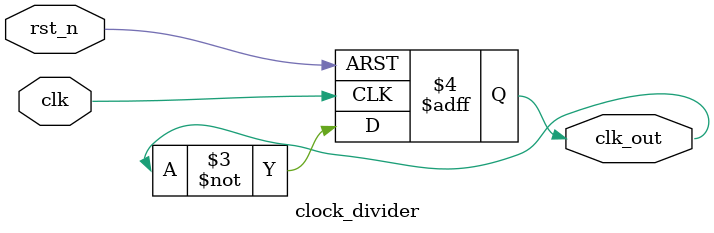
<source format=sv>
module clock_divider (
input logic clk,
input logic rst_n,
output logic clk_out,
);

always_ff @(posedge clk or negedge rst_n) begin
if (!rst_n)
clk_out <= 1'b0;
else
clk_out <= ~clk_out;
end

endmodule
</source>
